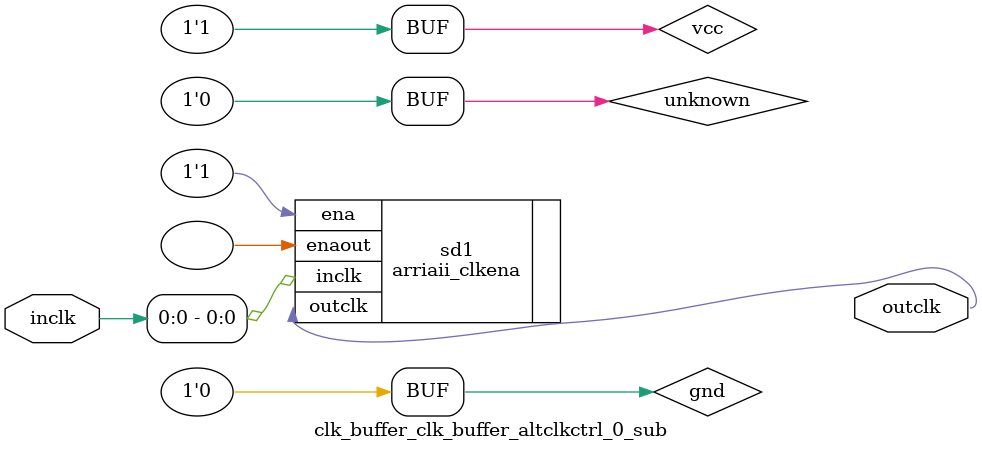
<source format=v>


// DATE "07/30/2018 20:14:10"

// 
// Device: Altera EP2AGX95EF29I3 Package FBGA780
// 

// 
// This greybox netlist file is for third party Synthesis Tools
// for timing and resource estimation only.
// 


module clk_buffer (
	inclk,
	outclk)/* synthesis synthesis_greybox=0 */;
input 	inclk;
output 	outclk;

wire gnd;
wire vcc;
wire unknown;

assign gnd = 1'b0;
assign vcc = 1'b1;
// unknown value (1'bx) is not needed for this tool. Default to 1'b0
assign unknown = 1'b0;

wire \altclkctrl_0|clk_buffer_altclkctrl_0_sub_component|wire_sd1_outclk ;
wire \inclk~input_o ;


clk_buffer_clk_buffer_altclkctrl_0 altclkctrl_0(
	.outclk(\altclkctrl_0|clk_buffer_altclkctrl_0_sub_component|wire_sd1_outclk ),
	.inclk(\inclk~input_o ));

assign \inclk~input_o  = inclk;

assign outclk = \altclkctrl_0|clk_buffer_altclkctrl_0_sub_component|wire_sd1_outclk ;

endmodule

module clk_buffer_clk_buffer_altclkctrl_0 (
	outclk,
	inclk)/* synthesis synthesis_greybox=0 */;
output 	outclk;
input 	inclk;

wire gnd;
wire vcc;
wire unknown;

assign gnd = 1'b0;
assign vcc = 1'b1;
// unknown value (1'bx) is not needed for this tool. Default to 1'b0
assign unknown = 1'b0;



clk_buffer_clk_buffer_altclkctrl_0_sub clk_buffer_altclkctrl_0_sub_component(
	.outclk(outclk),
	.inclk({gnd,gnd,gnd,inclk}));

endmodule

module clk_buffer_clk_buffer_altclkctrl_0_sub (
	outclk,
	inclk)/* synthesis synthesis_greybox=0 */;
output 	outclk;
input 	[3:0] inclk;

wire gnd;
wire vcc;
wire unknown;

assign gnd = 1'b0;
assign vcc = 1'b1;
// unknown value (1'bx) is not needed for this tool. Default to 1'b0
assign unknown = 1'b0;



arriaii_clkena sd1(
	.inclk(inclk[0]),
	.ena(vcc),
	.outclk(outclk),
	.enaout());
defparam sd1.clock_type = "auto";
defparam sd1.ena_register_mode = "falling edge";

endmodule

</source>
